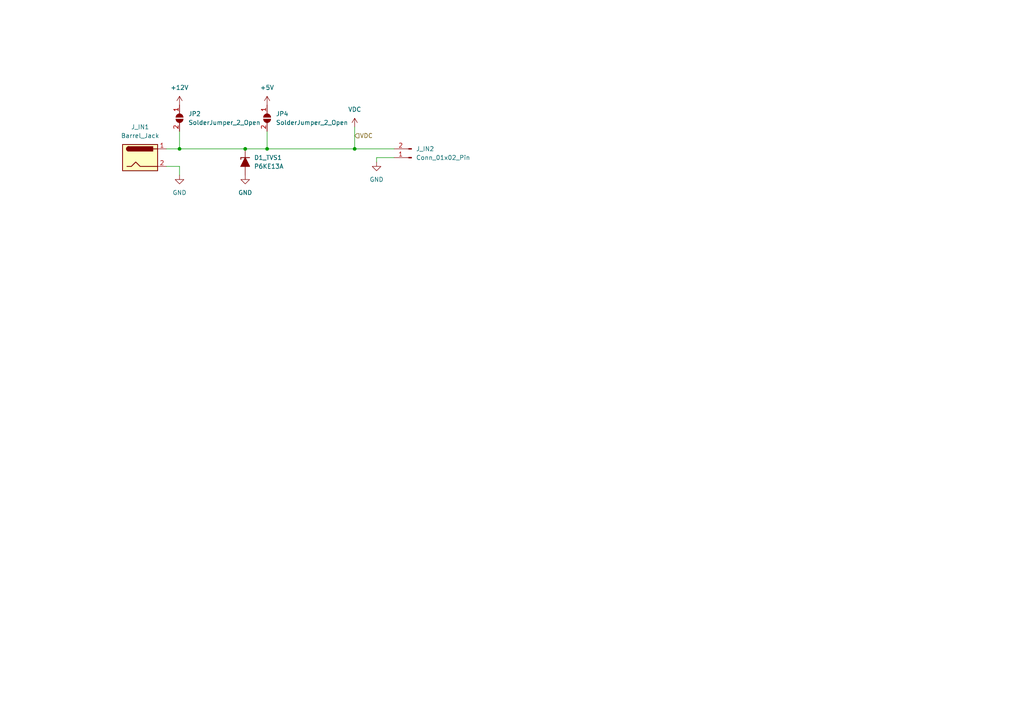
<source format=kicad_sch>
(kicad_sch (version 20230121) (generator eeschema)
  (paper "A4")
  (lib_symbols
    (symbol "Connector:Barrel_Jack" (pin_names (offset 1.016))
      (property "Reference" "J" (at 0 5.334 0))
      (property "Value" "Barrel_Jack" (at 0 -5.08 0))
      (symbol "Barrel_Jack_0_1"
        (rectangle (start -5.08 3.81) (end 5.08 -3.81) (stroke (width 0.254)) (fill (type background)))
        (arc (start -3.302 3.175) (mid -3.9343 2.54) (end -3.302 1.905) (stroke (width 0.254)))
        (arc (start -3.302 3.175) (mid -3.9343 2.54) (end -3.302 1.905) (stroke (width 0.254)) (fill (type outline)))
        (polyline (pts (xy 5.08 2.54) (xy 3.81 2.54)) (stroke (width 0.254)))
        (polyline (pts (xy -3.81 -2.54) (xy -2.54 -2.54) (xy -1.27 -1.27) (xy 0 -2.54) (xy 2.54 -2.54) (xy 5.08 -2.54)) (stroke (width 0.254)))
        (rectangle (start 3.683 3.175) (end -3.302 1.905) (stroke (width 0.254)) (fill (type outline)))
      )
      (symbol "Barrel_Jack_1_1"
        (pin passive line (at 7.62 2.54 180) (length 2.54) (name "~") (number "1"))
        (pin passive line (at 7.62 -2.54 180) (length 2.54) (name "~") (number "2"))
      )
    )
    (symbol "Connector:Conn_01x02_Pin" (pin_names (offset 1.016) hide)
      (property "Reference" "J" (at 0 2.54 0))
      (property "Value" "Conn_01x02_Pin" (at 0 -5.08 0))
      (symbol "Conn_01x02_Pin_1_1"
        (polyline (pts (xy 1.27 -2.54) (xy 0.8636 -2.54)) (stroke (width 0.1524)))
        (polyline (pts (xy 1.27 0) (xy 0.8636 0)) (stroke (width 0.1524)))
        (rectangle (start 0.8636 -2.413) (end 0 -2.667) (stroke (width 0.1524)) (fill (type outline)))
        (rectangle (start 0.8636 0.127) (end 0 -0.127) (stroke (width 0.1524)) (fill (type outline)))
        (pin passive line (at 5.08 0 180) (length 3.81) (name "Pin_1") (number "1"))
        (pin passive line (at 5.08 -2.54 180) (length 3.81) (name "Pin_2") (number "2"))
      )
    )
    (symbol "Jumper:SolderJumper_2_Open" (pin_names (offset 0) hide)
      (property "Reference" "JP" (at 0 2.032 0))
      (property "Value" "SolderJumper_2_Open" (at 0 -2.54 0))
      (symbol "SolderJumper_2_Open_0_1"
        (arc (start -0.254 1.016) (mid -1.2656 0) (end -0.254 -1.016))
        (arc (start -0.254 1.016) (mid -1.2656 0) (end -0.254 -1.016) (fill (type outline)))
        (polyline (pts (xy -0.254 1.016) (xy -0.254 -1.016)))
        (polyline (pts (xy 0.254 1.016) (xy 0.254 -1.016)))
        (arc (start 0.254 -1.016) (mid 1.2656 0) (end 0.254 1.016))
        (arc (start 0.254 -1.016) (mid 1.2656 0) (end 0.254 1.016) (fill (type outline)))
      )
      (symbol "SolderJumper_2_Open_1_1"
        (pin passive line (at -3.81 0 0) (length 2.54) (name "A") (number "1"))
        (pin passive line (at 3.81 0 180) (length 2.54) (name "B") (number "2"))
      )
    )
    (symbol "PCM_Diode_TVS_AKL:P6KE13A" (pin_numbers hide) (pin_names (offset 1.016) hide)
      (property "Reference" "D" (at 0 5.08 0))
      (property "Value" "P6KE13A" (at 0 2.54 0))
      (symbol "P6KE13A_0_1"
        (polyline (pts (xy -1.27 0) (xy 1.27 0)))
        (polyline (pts (xy 1.27 -1.27) (xy 1.27 1.27)) (stroke (width 0.254)))
        (polyline (pts (xy 1.27 1.27) (xy 0.762 1.27)) (stroke (width 0.254)))
        (polyline (pts (xy -1.27 1.27) (xy -1.27 -1.27) (xy 1.27 0) (xy -1.27 1.27)) (stroke (width 0.254)) (fill (type outline)))
      )
      (symbol "P6KE13A_1_1"
        (pin passive line (at 3.81 0 180) (length 2.54) (name "K") (number "1"))
        (pin passive line (at -3.81 0 0) (length 2.54) (name "A") (number "2"))
      )
    )
    (symbol "power:+12V" (power) (pin_names (offset 0))
      (property "Value" "+12V" (at 0 3.556 0))
      (symbol "+12V_0_1"
        (polyline (pts (xy -0.762 1.27) (xy 0 2.54)))
        (polyline (pts (xy 0 0) (xy 0 2.54)))
        (polyline (pts (xy 0 2.54) (xy 0.762 1.27)))
      )
      (symbol "+12V_1_1"
        (pin power_in line (at 0 0 90) (length 0) hide (name "+12V") (number "1"))
      )
    )
    (symbol "power:+5V" (power) (pin_names (offset 0))
      (property "Value" "+5V" (at 0 3.556 0))
      (symbol "+5V_0_1"
        (polyline (pts (xy -0.762 1.27) (xy 0 2.54)))
        (polyline (pts (xy 0 0) (xy 0 2.54)))
        (polyline (pts (xy 0 2.54) (xy 0.762 1.27)))
      )
      (symbol "+5V_1_1"
        (pin power_in line (at 0 0 90) (length 0) hide (name "+5V") (number "1"))
      )
    )
    (symbol "power:GND" (power) (pin_names (offset 0))
      (property "Value" "GND" (at 0 -3.81 0))
      (symbol "GND_0_1"
        (polyline (pts (xy 0 0) (xy 0 -1.27) (xy 1.27 -1.27) (xy 0 -2.54) (xy -1.27 -1.27) (xy 0 -1.27)))
      )
      (symbol "GND_1_1"
        (pin power_in line (at 0 0 270) (length 0) hide (name "GND") (number "1"))
      )
    )
    (symbol "power:VDC" (power) (pin_names (offset 0))
      (property "Value" "VDC" (at 0 6.35 0))
      (symbol "VDC_0_1"
        (polyline (pts (xy -0.762 1.27) (xy 0 2.54)))
        (polyline (pts (xy 0 0) (xy 0 2.54)))
        (polyline (pts (xy 0 2.54) (xy 0.762 1.27)))
      )
      (symbol "VDC_1_1"
        (pin power_in line (at 0 0 90) (length 0) hide (name "VDC") (number "1"))
      )
    )
  )
  (junction (at 102.87 43.18))
  (junction (at 52.07 43.18))
  (junction (at 71.12 43.18))
  (junction (at 77.47 43.18))
  (wire (pts (xy 52.07 38.1) (xy 52.07 43.18)))
  (wire (pts (xy 52.07 43.18) (xy 71.12 43.18)))
  (wire (pts (xy 77.47 43.18) (xy 102.87 43.18)))
  (wire (pts (xy 48.26 43.18) (xy 52.07 43.18)))
  (wire (pts (xy 71.12 43.18) (xy 77.47 43.18)))
  (wire (pts (xy 109.22 45.72) (xy 114.3 45.72)))
  (wire (pts (xy 102.87 36.83) (xy 102.87 43.18)))
  (wire (pts (xy 48.26 48.26) (xy 52.07 48.26)))
  (wire (pts (xy 52.07 48.26) (xy 52.07 50.8)))
  (wire (pts (xy 102.87 43.18) (xy 114.3 43.18)))
  (wire (pts (xy 77.47 43.18) (xy 77.47 38.1)))
  (wire (pts (xy 109.22 46.99) (xy 109.22 45.72)))
  (hierarchical_label "VDC" (shape input) (at 102.87 39.37 0))
  (symbol (lib_id "Connector:Conn_01x02_Pin") (at 119.38 45.72 180) (unit 1)
    (property "Reference" "J_IN2" (at 120.65 43.18 0) (effects (justify right)))
    (property "Value" "Conn_01x02_Pin" (at 120.65 45.72 0) (effects (justify right)))
    (property "Footprint" "Connector_JST:JST_XH_B2B-XH-A_1x02_P2.50mm_Vertical" (effects hide))
    (instances (project "GateControl" (path "" (reference "J_IN2") (unit 1)) (path "" (reference "J_IN2") (unit 1))) (project "PicoBreakout" (path "" (reference "J3") (unit 1))))
  )
  (symbol (lib_id "power:+5V") (at 77.47 30.48 0) (unit 1)
    (property "Reference" "#PWR07" (effects hide))
    (property "Value" "+5V" (at 77.47 25.4 0))
    (instances (project "GateControl" (path "" (reference "#PWR07") (unit 1)) (path "" (reference "#PWR013") (unit 1))) (project "PicoBreakout" (path "" (reference "#PWR04") (unit 1))))
  )
  (symbol (lib_id "Jumper:SolderJumper_2_Open") (at 77.47 34.29 270) (unit 1)
    (property "Reference" "JP4" (at 80.01 33.02 90) (effects (justify left)))
    (property "Value" "SolderJumper_2_Open" (at 80.01 35.56 90) (effects (justify left)))
    (property "Footprint" "Jumper:SolderJumper-2_P1.3mm_Open_RoundedPad1.0x1.5mm" (effects hide))
    (instances (project "GateControl" (path "" (reference "JP4") (unit 1)) (path "" (reference "JP6") (unit 1))) (project "PicoBreakout" (path "" (reference "JP2") (unit 1))))
  )
  (symbol (lib_id "Connector:Barrel_Jack") (at 40.64 45.72 0) (unit 1)
    (property "Reference" "J_IN1" (at 40.64 36.83 0))
    (property "Value" "Barrel_Jack" (at 40.64 39.37 0))
    (property "Footprint" "Connector_BarrelJack:BarrelJack_Kycon_KLDX-0202-xC_Horizontal" (effects hide))
    (instances (project "GateControl" (path "" (reference "J_IN1") (unit 1)) (path "" (reference "J_IN1") (unit 1))) (project "PicoBreakout" (path "" (reference "J1") (unit 1))))
  )
  (symbol (lib_id "power:GND") (at 71.12 50.8 0) (unit 1)
    (property "Reference" "#PWR05" (effects hide))
    (property "Value" "GND" (at 71.12 55.88 0))
    (instances (project "GateControl" (path "" (reference "#PWR05") (unit 1)) (path "" (reference "#PWR012") (unit 1))) (project "PicoBreakout" (path "" (reference "#PWR020") (unit 1))))
  )
  (symbol (lib_id "Jumper:SolderJumper_2_Open") (at 52.07 34.29 270) (unit 1)
    (property "Reference" "JP2" (at 54.61 33.02 90) (effects (justify left)))
    (property "Value" "SolderJumper_2_Open" (at 54.61 35.56 90) (effects (justify left)))
    (property "Footprint" "Jumper:SolderJumper-2_P1.3mm_Open_RoundedPad1.0x1.5mm" (effects hide))
    (instances (project "GateControl" (path "" (reference "JP2") (unit 1)) (path "" (reference "JP4") (unit 1))) (project "PicoBreakout" (path "" (reference "JP1") (unit 1))))
  )
  (symbol (lib_id "power:GND") (at 52.07 50.8 0) (unit 1)
    (property "Reference" "#PWR03" (effects hide))
    (property "Value" "GND" (at 52.07 55.88 0))
    (instances (project "GateControl" (path "" (reference "#PWR03") (unit 1)) (path "" (reference "#PWR05") (unit 1))) (project "PicoBreakout" (path "" (reference "#PWR01") (unit 1))))
  )
  (symbol (lib_id "power:VDC") (at 102.87 36.83 0) (unit 1)
    (property "Reference" "#PWR02" (effects hide))
    (property "Value" "VDC" (at 102.87 31.75 0))
  )
  (symbol (lib_id "PCM_Diode_TVS_AKL:P6KE13A") (at 71.12 46.99 90) (unit 1)
    (property "Reference" "D1_TVS1" (at 73.66 45.72 90) (effects (justify right)))
    (property "Value" "P6KE13A" (at 73.66 48.26 90) (effects (justify right)))
    (property "Footprint" "Diode_THT:D_DO-15_P5.08mm_Vertical_KathodeUp" (effects hide))
    (property "Datasheet" "https://www.tme.eu/Document/6b488a936123e1f9ccf03f4f9186b150/P6KE_ser.pdf" (effects hide))
    (instances (project "GateControl" (path "" (reference "D1_TVS1") (unit 1)) (path "" (reference "D_TVS1") (unit 1))) (project "PicoBreakout" (path "" (reference "D1_TVS1") (unit 1))))
  )
  (symbol (lib_id "power:GND") (at 109.22 46.99 0) (unit 1)
    (property "Reference" "#PWR013" (effects hide))
    (property "Value" "GND" (at 109.22 52.07 0))
    (instances (project "GateControl" (path "" (reference "#PWR013") (unit 1)) (path "" (reference "#PWR08") (unit 1))) (project "PicoBreakout" (path "" (reference "#PWR09") (unit 1))))
  )
  (symbol (lib_id "power:+12V") (at 52.07 30.48 0) (unit 1)
    (property "Reference" "#PWR02" (effects hide))
    (property "Value" "+12V" (at 52.07 25.4 0))
    (instances (project "GateControl" (path "" (reference "#PWR02") (unit 1)) (path "" (reference "#PWR03") (unit 1))) (project "PicoBreakout" (path "" (reference "#PWR03") (unit 1))))
  )
)
</source>
